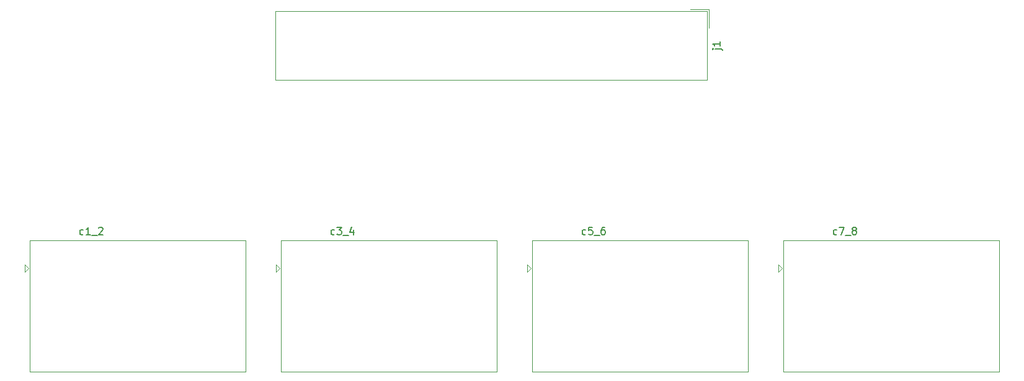
<source format=gbr>
G04 #@! TF.GenerationSoftware,KiCad,Pcbnew,(5.1.5-0-10_14)*
G04 #@! TF.CreationDate,2020-09-01T14:48:47+02:00*
G04 #@! TF.ProjectId,8xrj45,3878726a-3435-42e6-9b69-6361645f7063,rev?*
G04 #@! TF.SameCoordinates,Original*
G04 #@! TF.FileFunction,Legend,Top*
G04 #@! TF.FilePolarity,Positive*
%FSLAX46Y46*%
G04 Gerber Fmt 4.6, Leading zero omitted, Abs format (unit mm)*
G04 Created by KiCad (PCBNEW (5.1.5-0-10_14)) date 2020-09-01 14:48:47*
%MOMM*%
%LPD*%
G04 APERTURE LIST*
%ADD10C,0.120000*%
%ADD11C,0.150000*%
G04 APERTURE END LIST*
D10*
X177610000Y-88400000D02*
X177610000Y-89400000D01*
X177610000Y-89400000D02*
X178110000Y-88900000D01*
X178110000Y-88900000D02*
X177610000Y-88400000D01*
X178295000Y-102980000D02*
X207785000Y-102980000D01*
X207785000Y-85020000D02*
X207785000Y-102980000D01*
X207785000Y-85020000D02*
X178295000Y-85020000D01*
X178295000Y-85020000D02*
X178295000Y-102980000D01*
X109030000Y-88400000D02*
X109030000Y-89400000D01*
X109030000Y-89400000D02*
X109530000Y-88900000D01*
X109530000Y-88900000D02*
X109030000Y-88400000D01*
X109715000Y-102980000D02*
X139205000Y-102980000D01*
X139205000Y-85020000D02*
X139205000Y-102980000D01*
X139205000Y-85020000D02*
X109715000Y-85020000D01*
X109715000Y-85020000D02*
X109715000Y-102980000D01*
X211900000Y-88400000D02*
X211900000Y-89400000D01*
X211900000Y-89400000D02*
X212400000Y-88900000D01*
X212400000Y-88900000D02*
X211900000Y-88400000D01*
X212585000Y-102980000D02*
X242075000Y-102980000D01*
X242075000Y-85020000D02*
X242075000Y-102980000D01*
X242075000Y-85020000D02*
X212585000Y-85020000D01*
X212585000Y-85020000D02*
X212585000Y-102980000D01*
X202450000Y-53495000D02*
X202450000Y-56035000D01*
X202450000Y-53495000D02*
X199910000Y-53495000D01*
X202200000Y-53745000D02*
X202200000Y-63095000D01*
X143240000Y-53745000D02*
X202200000Y-53745000D01*
X143240000Y-63095000D02*
X143240000Y-53745000D01*
X202200000Y-63095000D02*
X143240000Y-63095000D01*
X143320000Y-88400000D02*
X143320000Y-89400000D01*
X143320000Y-89400000D02*
X143820000Y-88900000D01*
X143820000Y-88900000D02*
X143320000Y-88400000D01*
X144005000Y-102980000D02*
X173495000Y-102980000D01*
X173495000Y-85020000D02*
X173495000Y-102980000D01*
X173495000Y-85020000D02*
X144005000Y-85020000D01*
X144005000Y-85020000D02*
X144005000Y-102980000D01*
D11*
X185594761Y-84224761D02*
X185499523Y-84272380D01*
X185309047Y-84272380D01*
X185213809Y-84224761D01*
X185166190Y-84177142D01*
X185118571Y-84081904D01*
X185118571Y-83796190D01*
X185166190Y-83700952D01*
X185213809Y-83653333D01*
X185309047Y-83605714D01*
X185499523Y-83605714D01*
X185594761Y-83653333D01*
X186499523Y-83272380D02*
X186023333Y-83272380D01*
X185975714Y-83748571D01*
X186023333Y-83700952D01*
X186118571Y-83653333D01*
X186356666Y-83653333D01*
X186451904Y-83700952D01*
X186499523Y-83748571D01*
X186547142Y-83843809D01*
X186547142Y-84081904D01*
X186499523Y-84177142D01*
X186451904Y-84224761D01*
X186356666Y-84272380D01*
X186118571Y-84272380D01*
X186023333Y-84224761D01*
X185975714Y-84177142D01*
X186737619Y-84367619D02*
X187499523Y-84367619D01*
X188166190Y-83272380D02*
X187975714Y-83272380D01*
X187880476Y-83320000D01*
X187832857Y-83367619D01*
X187737619Y-83510476D01*
X187690000Y-83700952D01*
X187690000Y-84081904D01*
X187737619Y-84177142D01*
X187785238Y-84224761D01*
X187880476Y-84272380D01*
X188070952Y-84272380D01*
X188166190Y-84224761D01*
X188213809Y-84177142D01*
X188261428Y-84081904D01*
X188261428Y-83843809D01*
X188213809Y-83748571D01*
X188166190Y-83700952D01*
X188070952Y-83653333D01*
X187880476Y-83653333D01*
X187785238Y-83700952D01*
X187737619Y-83748571D01*
X187690000Y-83843809D01*
X117014761Y-84224761D02*
X116919523Y-84272380D01*
X116729047Y-84272380D01*
X116633809Y-84224761D01*
X116586190Y-84177142D01*
X116538571Y-84081904D01*
X116538571Y-83796190D01*
X116586190Y-83700952D01*
X116633809Y-83653333D01*
X116729047Y-83605714D01*
X116919523Y-83605714D01*
X117014761Y-83653333D01*
X117967142Y-84272380D02*
X117395714Y-84272380D01*
X117681428Y-84272380D02*
X117681428Y-83272380D01*
X117586190Y-83415238D01*
X117490952Y-83510476D01*
X117395714Y-83558095D01*
X118157619Y-84367619D02*
X118919523Y-84367619D01*
X119110000Y-83367619D02*
X119157619Y-83320000D01*
X119252857Y-83272380D01*
X119490952Y-83272380D01*
X119586190Y-83320000D01*
X119633809Y-83367619D01*
X119681428Y-83462857D01*
X119681428Y-83558095D01*
X119633809Y-83700952D01*
X119062380Y-84272380D01*
X119681428Y-84272380D01*
X219884761Y-84224761D02*
X219789523Y-84272380D01*
X219599047Y-84272380D01*
X219503809Y-84224761D01*
X219456190Y-84177142D01*
X219408571Y-84081904D01*
X219408571Y-83796190D01*
X219456190Y-83700952D01*
X219503809Y-83653333D01*
X219599047Y-83605714D01*
X219789523Y-83605714D01*
X219884761Y-83653333D01*
X220218095Y-83272380D02*
X220884761Y-83272380D01*
X220456190Y-84272380D01*
X221027619Y-84367619D02*
X221789523Y-84367619D01*
X222170476Y-83700952D02*
X222075238Y-83653333D01*
X222027619Y-83605714D01*
X221980000Y-83510476D01*
X221980000Y-83462857D01*
X222027619Y-83367619D01*
X222075238Y-83320000D01*
X222170476Y-83272380D01*
X222360952Y-83272380D01*
X222456190Y-83320000D01*
X222503809Y-83367619D01*
X222551428Y-83462857D01*
X222551428Y-83510476D01*
X222503809Y-83605714D01*
X222456190Y-83653333D01*
X222360952Y-83700952D01*
X222170476Y-83700952D01*
X222075238Y-83748571D01*
X222027619Y-83796190D01*
X221980000Y-83891428D01*
X221980000Y-84081904D01*
X222027619Y-84177142D01*
X222075238Y-84224761D01*
X222170476Y-84272380D01*
X222360952Y-84272380D01*
X222456190Y-84224761D01*
X222503809Y-84177142D01*
X222551428Y-84081904D01*
X222551428Y-83891428D01*
X222503809Y-83796190D01*
X222456190Y-83748571D01*
X222360952Y-83700952D01*
X203239714Y-58896190D02*
X204096857Y-58896190D01*
X204192095Y-58943809D01*
X204239714Y-59039047D01*
X204239714Y-59086666D01*
X202906380Y-58896190D02*
X202954000Y-58943809D01*
X203001619Y-58896190D01*
X202954000Y-58848571D01*
X202906380Y-58896190D01*
X203001619Y-58896190D01*
X203906380Y-57896190D02*
X203906380Y-58467619D01*
X203906380Y-58181904D02*
X202906380Y-58181904D01*
X203049238Y-58277142D01*
X203144476Y-58372380D01*
X203192095Y-58467619D01*
X151304761Y-84224761D02*
X151209523Y-84272380D01*
X151019047Y-84272380D01*
X150923809Y-84224761D01*
X150876190Y-84177142D01*
X150828571Y-84081904D01*
X150828571Y-83796190D01*
X150876190Y-83700952D01*
X150923809Y-83653333D01*
X151019047Y-83605714D01*
X151209523Y-83605714D01*
X151304761Y-83653333D01*
X151638095Y-83272380D02*
X152257142Y-83272380D01*
X151923809Y-83653333D01*
X152066666Y-83653333D01*
X152161904Y-83700952D01*
X152209523Y-83748571D01*
X152257142Y-83843809D01*
X152257142Y-84081904D01*
X152209523Y-84177142D01*
X152161904Y-84224761D01*
X152066666Y-84272380D01*
X151780952Y-84272380D01*
X151685714Y-84224761D01*
X151638095Y-84177142D01*
X152447619Y-84367619D02*
X153209523Y-84367619D01*
X153876190Y-83605714D02*
X153876190Y-84272380D01*
X153638095Y-83224761D02*
X153400000Y-83939047D01*
X154019047Y-83939047D01*
M02*

</source>
